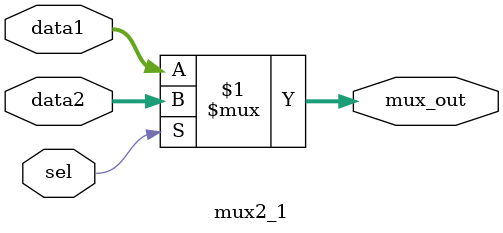
<source format=sv>
`timescale 1ns/1ns

module mux2_1 (
    input logic [31:0] data2,
    input logic [31:0] data1,
	input logic 	   sel,
	output logic [31:0] mux_out 
);
	assign mux_out = sel ? data2 : data1;
endmodule

</source>
